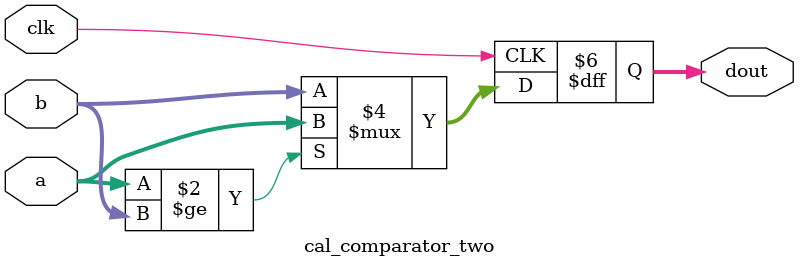
<source format=v>
module cal_comparator_two#(
	parameter WIDTH=8
)
(
	input clk,
	input signed [WIDTH-1:0] a,
	input signed [WIDTH-1:0] b,
	output reg signed [WIDTH-1:0] dout
);

	always@(posedge clk) begin
		if(a>=b) begin
			dout<=a;
		end else begin
			dout<=b;
		end
	end

endmodule
</source>
